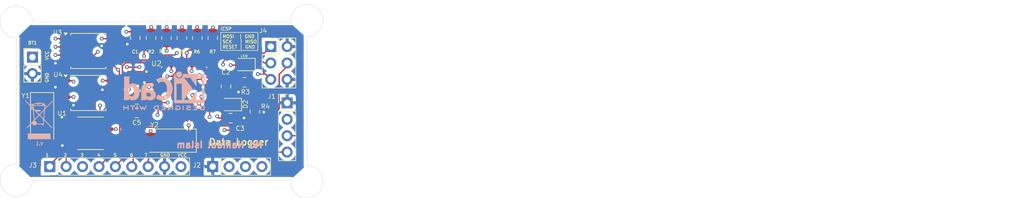
<source format=kicad_pcb>
(kicad_pcb (version 20240108) (generator "pcbnew") (generator_version "8.0")
  (title_block (title "${project_name}") (date "2024-09-26") (comment 1 "2 Layer PCB Version"))
  (layers (0 "F.Cu" mixed) (1 "In1.Cu" mixed) (2 "In2.Cu" mixed) (31 "B.Cu" mixed) (34 "B.Paste" user) (35 "F.Paste" user) (36 "B.SilkS" user "B.Silkscreen") (37 "F.SilkS" user "F.Silkscreen") (38 "B.Mask" user) (39 "F.Mask" user) (44 "Edge.Cuts" user))
  (property "project_name" "MCU DataLogger with memory and clock")
  (net 0 "")
  (net 1 "GND")
  (net 2 "/VCC")
  (net 3 "Net-(U2-AREF)")
  (net 4 "Net-(U2-PB6)")
  (net 5 "Net-(U2-PB7)")
  (net 6 "Net-(D1-K)")
  (net 7 "/SCK")
  (net 8 "Net-(D2-K)")
  (net 9 "/SDA")
  (net 10 "/TX")
  (net 11 "/RX")
  (net 12 "/D8")
  (net 13 "/D7")
  (net 14 "/D3")
  (net 15 "/D2")
  (net 16 "/D6")
  (net 17 "/MISO")
  (net 18 "/MOSI")
  (net 19 "/RESET")
  (net 20 "Net-(U1-~{INTA})")
  (net 21 "Net-(U1-SQW{slash}~INT)")
  (net 22 "Net-(U1-X2)")
  (net 23 "Net-(U1-X1)")
  (net 32 "/D5")
  (net 33 "/D4")
  (footprint "Package_SO:SOIC-8_5.23x5.23mm_P1.27mm" (layer "F.Cu") (at 101.15 64.5)
    (property "Reference" "U3")
    (property "Value" "24LC1025" (hide yes))
  )
  (footprint "Resistor_SMD:R_0805_2012Metric" (layer "F.Cu") (at 118.038 62.4875 -90)
    (property "Reference" "R6")
    (property "Value" "4.7K" (hide yes))
  )
  (footprint "MountingHole:MountingHole_2.1mm" (layer "F.Cu") (at 90 60)
    (property "Reference" "H1" (hide yes))
    (property "Value" "MountingHole" (hide yes))
  )
  (footprint "MountingHole:MountingHole_2.1mm" (layer "F.Cu") (at 135 84.75)
    (property "Reference" "H4" (hide yes))
    (property "Value" "MountingHole" (hide yes))
  )
  (footprint "ATMEGA328P-AU:QFP80P900X900X120-32N" (layer "F.Cu") (at 116 70.5)
    (property "Reference" "U2")
    (property "Value" "ATMEGA328P-AU" (hide yes))
  )
  (footprint "Resistor_SMD:R_0805_2012Metric" (layer "F.Cu") (at 110.856 62.4875 -90)
    (property "Reference" "R2")
    (property "Value" "10K" (hide yes))
  )
  (footprint "Connector_PinHeader_2.54mm:PinHeader_1x02_P2.54mm_Vertical" (layer "F.Cu") (at 92.5 65.46)
    (property "Reference" "BT1")
    (property "Value" "Battery" (hide yes))
  )
  (footprint "Resistor_SMD:R_0805_2012Metric" (layer "F.Cu") (at 113.25 62.4875 -90)
    (property "Reference" "R1")
    (property "Value" "10K" (hide yes))
  )
  (footprint "DS1337S_:SOIC127P600X175-8N" (layer "F.Cu") (at 101.5 77.25)
    (property "Reference" "U1")
    (property "Value" "DS1337S_" (hide yes))
  )
  (footprint "Resistor_SMD:R_0805_2012Metric" (layer "F.Cu") (at 115.644 62.4875 -90)
    (property "Reference" "R5")
    (property "Value" "10K" (hide yes))
  )
  (footprint "Capacitor_SMD:C_0805_2012Metric" (layer "F.Cu") (at 108.432 62.4675 -90)
    (property "Reference" "C1")
    (property "Value" ".1uF" (hide yes))
  )
  (footprint "Connector_PinHeader_2.54mm:PinHeader_1x09_P2.54mm_Vertical" (layer "F.Cu") (at 95.18 82.4 90)
    (property "Reference" "J3")
    (property "Value" "Conn_01x09_Pin" (hide yes))
  )
  (footprint "Connector_PinHeader_2.54mm:PinHeader_1x04_P2.54mm_Vertical" (layer "F.Cu") (at 131.94 72.54)
    (property "Reference" "J1")
    (property "Value" "Conn_01x04_Pin" (hide yes))
  )
  (footprint "Crystal:Crystal_SMD_5032-2Pin_5.0x3.2mm_HandSoldering" (layer "F.Cu") (at 113.3256 78.3844 180)
    (property "Reference" "Y2")
    (property "Value" "16MHz" (hide yes))
  )
  (footprint "Resistor_SMD:R_0805_2012Metric" (layer "F.Cu") (at 120.432 62.4875 -90)
    (property "Reference" "R7")
    (property "Value" "4.7K" (hide yes))
  )
  (footprint "Capacitor_SMD:C_0805_2012Metric" (layer "F.Cu") (at 108.65 74.1 180)
    (property "Reference" "C5")
    (property "Value" "22pF" (hide yes))
  )
  (footprint "Resistor_SMD:R_0805_2012Metric" (layer "F.Cu") (at 125.35 69.35)
    (property "Reference" "R3")
    (property "Value" "330" (hide yes))
  )
  (footprint "Connector_PinHeader_2.54mm:PinHeader_1x04_P2.54mm_Vertical" (layer "F.Cu") (at 120.41 82.4 90)
    (property "Reference" "J2")
    (property "Value" "Conn_01x04_Pin" (hide yes))
  )
  (footprint "LED_SMD:LED_0805_2012Metric" (layer "F.Cu") (at 123.19 72.7964 180)
    (property "Reference" "D2")
    (property "Value" "LED" (hide yes))
  )
  (footprint "LED_SMD:LED_0805_2012Metric" (layer "F.Cu") (at 125.3125 66.6 180)
    (property "Reference" "D1" (hide yes))
    (property "Value" "LED")
  )
  (footprint "Capacitor_SMD:C_0805_2012Metric" (layer "F.Cu") (at 123.1757 74.8964)
    (property "Reference" "C3")
    (property "Value" "100nF" (hide yes))
  )
  (footprint "Crystal:Crystal_SMD_5032-2Pin_5.0x3.2mm_HandSoldering" (layer "F.Cu") (at 94 75.5 -90)
    (property "Reference" "Y1")
    (property "Value" "32.768 KHz" (hide yes))
  )
  (footprint "Capacitor_SMD:C_0805_2012Metric" (layer "F.Cu") (at 108.65 72 180)
    (property "Reference" "C4")
    (property "Value" "22pF" (hide yes))
  )
  (footprint "Resistor_SMD:R_0805_2012Metric" (layer "F.Cu") (at 126.9492 73.9 -90)
    (property "Reference" "R4")
    (property "Value" "330" (hide yes))
  )
  (footprint "MountingHole:MountingHole_2.1mm" (layer "F.Cu") (at 90 84.5)
    (property "Reference" "H3" (hide yes))
    (property "Value" "MountingHole" (hide yes))
  )
  (footprint "Connector_PinHeader_2.54mm:PinHeader_2x03_P2.54mm_Vertical" (layer "F.Cu") (at 129.4 63.82)
    (property "Reference" "J4")
    (property "Value" "Conn_02x03_Odd_Even" (hide yes))
  )
  (footprint "Package_SO:SOIC-8_5.23x5.23mm_P1.27mm" (layer "F.Cu") (at 101.15 71)
    (property "Reference" "U4")
    (property "Value" "24LC1025" (hide yes))
  )
  (footprint "MountingHole:MountingHole_2.1mm" (layer "F.Cu") (at 135 59.75)
    (property "Reference" "H2" (hide yes))
    (property "Value" "MountingHole" (hide yes))
  )
  (footprint "Capacitor_SMD:C_0805_2012Metric" (layer "F.Cu") (at 122.4757 69.9964 -90)
    (property "Reference" "C2")
    (property "Value" "0.1uF" (hide yes))
  )
  (footprint "Symbol:WEEE-Logo_4.2x6mm_SilkScreen" (layer "B.Cu") (at 93.5228 75.1332 180)
    (property "Reference" "REF**" (hide yes))
    (property "Value" "WEEE-Logo_4.2x6mm_SilkScreen" (hide yes))
  )
  (footprint "Symbol:KiCad-Logo2_5mm_SilkScreen" (layer "B.Cu") (at 112.8776 70.6628 180)
    (property "Reference" "REF**" (hide yes))
    (property "Value" "KiCad-Logo2_5mm_SilkScreen" (hide yes))
  )
  (gr_rect (start 121.666 61.6204) (end 127.4064 64.4144) (stroke (width 0.1)) (fill none) (layer "F.SilkS"))
  (gr_line (start 90 82) (end 90 62.5) (stroke (width 0.05)) (layer "Edge.Cuts"))
  (gr_arc (start 90 62.5) (mid 88.232233 58.232233) (end 92.5 60) (stroke (width 0.05)) (layer "Edge.Cuts"))
  (gr_arc (start 92.5 84.5) (mid 88.232233 86.267767) (end 90 82) (stroke (width 0.05)) (layer "Edge.Cuts"))
  (gr_line (start 135 62.25) (end 135 82.25) (stroke (width 0.05)) (layer "Edge.Cuts"))
  (gr_arc (start 135 82.25) (mid 136.767767 86.517767) (end 132.5 84.75) (stroke (width 0.05)) (layer "Edge.Cuts"))
  (gr_line (start 92.5 60) (end 132.512407 59.998759) (stroke (width 0.05)) (layer "Edge.Cuts"))
  (gr_line (start 92.5 84.5) (end 132.5 84.5) (stroke (width 0.05)) (layer "Edge.Cuts"))
  (gr_line (start 132.5 84.75) (end 132.5 84.5) (stroke (width 0.05)) (layer "Edge.Cuts"))
  (gr_arc (start 132.512407 59.998759) (mid 136.677513 57.896369) (end 135 62.25) (stroke (width 0.05)) (layer "Edge.Cuts"))
  (gr_text "V.1" (at 94.234 79.1464 0) (layer "B.SilkS") (effects (font (size 0.5 0.5) (thickness 0.1) (bold yes)) (justify left bottom mirror)))
  (gr_text "Md Nahidul Islam" (at 128.27 79.6036 0) (layer "B.SilkS") (effects (font (size 1 1) (thickness 0.25) (bold yes)) (justify left bottom mirror)))
  (gr_text "Data Logger" (at 119.7356 79.1972 0) (layer "F.SilkS") (effects (font (size 1 1) (thickness 0.2) (bold yes)) (justify left bottom)))
  (gr_text "7" (at 109.7788 80.9244 0) (layer "F.SilkS") (effects (font (size 0.5 0.5) (thickness 0.1)) (justify left bottom)))
  (gr_text "6" (at 107.5436 80.9244 0) (layer "F.SilkS") (effects (font (size 0.5 0.5) (thickness 0.1)) (justify left bottom)))
  (gr_text "2" (at 97.282 80.9244 0) (layer "F.SilkS") (effects (font (size 0.5 0.5) (thickness 0.1)) (justify left bottom)))
  (gr_text "ICSP\n" (at 121.5644 61.3664 0) (layer "F.SilkS") (effects (font (size 0.5 0.5) (thickness 0.1)) (justify left bottom)))
  (gr_text "VCC\n" (at 95.0468 65.9892 90) (layer "F.SilkS") (effects (font (size 0.5 0.5) (thickness 0.1)) (justify left bottom)))
  (gr_text "GND\n" (at 95.0468 69.4436 90) (layer "F.SilkS") (effects (font (size 0.5 0.5) (thickness 0.1)) (justify left bottom)))
  (gr_text "4" (at 102.4636 80.9244 0) (layer "F.SilkS") (effects (font (size 0.5 0.5) (thickness 0.1)) (justify left bottom)))
  (gr_text "VCC\n" (at 114.9096 80.9244 0) (layer "F.SilkS") (effects (font (size 0.5 0.5) (thickness 0.1)) (justify left bottom)))
  (gr_text "3" (at 99.8728 80.9244 0) (layer "F.SilkS") (effects (font (size 0.5 0.5) (thickness 0.1)) (justify left bottom)))
  (gr_text "GND\n" (at 112.2172 80.9244 0) (layer "F.SilkS") (effects (font (size 0.5 0.5) (thickness 0.1)) (justify left bottom)))
  (gr_text "5" (at 105.0036 80.9244 0) (layer "F.SilkS") (effects (font (size 0.5 0.5) (thickness 0.1)) (justify left bottom)))
  (gr_text "MOSI  | GND\nSCK	  | MISO\nRESET | GND" (at 121.8692 64.1604 0) (layer "F.SilkS") (effects (font (size 0.5 0.5) (thickness 0.1)) (justify left bottom)))
  (gr_text "1\n" (at 94.488 80.9244 0) (layer "F.SilkS") (effects (font (size 0.5 0.5) (thickness 0.1)) (justify left bottom)))
  (segment (start 109.7788 70.4088) (end 109.7788 70.2564) (width 0.35) (layer "F.Cu") (net 1))
  (segment (start 107.2197 63.4175) (end 107.188 63.4492) (width 0.35) (layer "F.Cu") (net 1))
  (segment (start 97.1382 79.155) (end 97.1296 79.1464) (width 0.35) (layer "F.Cu") (net 1))
  (segment (start 124.1257 74.8964) (end 125.2556 74.8964) (width 0.35) (layer "F.Cu") (net 1))
  (segment (start 108.8136 70.7644) (end 108.8136 69.9008) (width 0.35) (layer "F.Cu") (net 1))
  (segment (start 124.4375 69.35) (end 124.4375 70.8377) (width 0.35) (layer "F.Cu") (net 1))
  (segment (start 108.432 63.4175) (end 107.2197 63.4175) (width 0.35) (layer "F.Cu") (net 1))
  (segment (start 128.1176 74.5744) (end 128.3208 74.3712) (width 0.35) (layer "F.Cu") (net 1))
  (segment (start 98.8498 72.905) (end 98.8568 72.898) (width 0.35) (layer "F.Cu") (net 1))
  (segment (start 104.75 70.365) (end 103.4726 70.365) (width 0.35) (layer "F.Cu") (net 1))
  (segment (start 126.77 74.8125) (end 127.8795 74.8125) (width 0.35) (layer "F.Cu") (net 1))
  (segment (start 107.7 71.878) (end 108.7628 70.8152) (width 0.35) (layer "F.Cu") (net 1))
  (segment (start 107.7 72) (end 107.7 71.878) (width 0.35) (layer "F.Cu") (net 1))
  (segment (start 121.4221 70.1) (end 122.4757 69.0464) (width 0.35) (layer "F.Cu") (net 1))
  (segment (start 128.3208 74.3712) (end 128.3208 73.9648) (width 0.35) (layer "F.Cu") (net 1))
  (segment (start 122.4757 69.0464) (end 124.1339 69.0464) (width 0.35) (layer "F.Cu") (net 1))
  (segment (start 111.83 69.3) (end 109.9224 69.3) (width 0.35) (layer "F.Cu") (net 1))
  (segment (start 97.55 72.905) (end 98.8498 72.905) (width 0.35) (layer "F.Cu") (net 1))
  (segment (start 124.1339 69.0464) (end 124.4375 69.35) (width 0.35) (layer "F.Cu") (net 1))
  (segment (start 103.3874 63.865) (end 103.2256 63.7032) (width 0.35) (layer "F.Cu") (net 1))
  (segment (start 97.55 66.405) (end 96.0722 66.405) (width 0.35) (layer "F.Cu") (net 1))
  (segment (start 96.0722 66.405) (end 96.0628 66.3956) (width 0.35) (layer "F.Cu") (net 1))
  (segment (start 109.7788 70.2564) (end 109.7788 69.4436) (width 0.35) (layer "F.Cu") (net 1))
  (segment (start 104.75 63.865) (end 103.3874 63.865) (width 0.35) (layer "F.Cu") (net 1))
  (segment (start 111.83 70.9) (end 110.27 70.9) (width 0.35) (layer "F.Cu") (net 1))
  (segment (start 109.982 70.612) (end 109.7788 70.4088) (width 0.35) (layer "F.Cu") (net 1))
  (segment (start 118.876 70.1) (end 118.872 70.104) (width 0.35) (layer "F.Cu") (net 1))
  (segment (start 96.3238 70.365) (end 96.0628 70.104) (width 0.35) (layer "F.Cu") (net 1))
  (segment (start 110.27 70.9) (end 109.982 70.612) (width 0.35) (layer "F.Cu") (net 1))
  (segment (start 109.9224 69.3) (end 109.8296 69.3928) (width 0.35) (layer "F.Cu") (net 1))
  (segment (start 108.7628 70.8152) (end 108.8136 70.7644) (width 0.35) (layer "F.Cu") (net 1))
  (segment (start 120.17 70.1) (end 118.876 70.1) (width 0.35) (layer "F.Cu") (net 1))
  (segment (start 124.4375 70.8377) (end 124.4092 70.866) (width 0.35) (layer "F.Cu") (net 1))
  (segment (start 99.025 79.155) (end 97.1382 79.155) (width 0.35) (layer "F.Cu") (net 1))
  (segment (start 97.55 70.365) (end 96.3238 70.365) (width 0.35) (layer "F.Cu") (net 1))
  (segment (start 109.7788 69.4436) (end 109.8296 69.3928) (width 0.35) (layer "F.Cu") (net 1))
  (segment (start 125.2556 74.8964) (end 125.2728 74.8792) (width 0.35) (layer "F.Cu") (net 1))
  (segment (start 127.8795 74.8125) (end 128.1176 74.5744) (width 0.35) (layer "F.Cu") (net 1))
  (segment (start 103.4726 70.365) (end 103.3272 70.5104) (width 0.35) (layer "F.Cu") (net 1))
  (segment (start 120.17 70.1) (end 121.4221 70.1) (width 0.35) (layer "F.Cu") (net 1))
  (segment (start 107.7 74.1) (end 107.7 72) (width 0.35) (layer "F.Cu") (net 1))
  (via (at 118.872 70.104) (size 0.9) (drill 0.4) (layers "F.Cu" "B.Cu") (net 1))
  (via (at 97.1296 79.1464) (size 0.9) (drill 0.4) (layers "F.Cu" "B.Cu") (net 1))
  (via (at 96.0628 66.3956) (size 0.9) (drill 0.4) (layers "F.Cu" "B.Cu") (net 1))
  (via (at 103.2256 63.7032) (size 0.9) (drill 0.4) (layers "F.Cu" "B.Cu") (net 1))
  (via (at 124.4092 70.866) (size 0.9) (drill 0.4) (layers "F.Cu" "B.Cu") (net 1))
  (via (at 107.188 63.4492) (size 0.9) (drill 0.4) (layers "F.Cu" "B.Cu") (net 1))
  (via (at 96.0628 70.104) (size 0.9) (drill 0.4) (layers "F.Cu" "B.Cu") (net 1))
  (via (at 125.2728 74.8792) (size 0.9) (drill 0.4) (layers "F.Cu" "B.Cu") (net 1))
  (via (at 98.8568 72.898) (size 0.9) (drill 0.4) (layers "F.Cu" "B.Cu") (net 1))
  (via (at 103.3272 70.5104) (size 0.9) (drill 0.4) (layers "F.Cu" "B.Cu") (net 1))
  (via (at 128.3208 73.9648) (size 0.9) (drill 0.4) (layers "F.Cu" "B.Cu") (net 1))
  (via (at 109.8296 69.3928) (size 0.9) (drill 0.4) (layers "F.Cu" "B.Cu") (net 1))
  (via (at 108.8136 69.9008) (size 0.9) (drill 0.4) (layers "F.Cu" "B.Cu") (net 1))
  (segment (start 118.038 60.8372) (end 118.0084 60.8076) (width 0.2) (layer "F.Cu") (net 2))
  (segment (start 111.83 70.1) (end 110.5448 70.1) (width 0.2) (layer "F.Cu") (net 2))
  (segment (start 107.0369 61.5175) (end 107.0356 61.5188) (width 0.2) (layer "F.Cu") (net 2))
  (segment (start 98.8498 71.635) (end 98.8568 71.628) (width 0.2) (layer "F.Cu") (net 2))
  (segment (start 108.432 61.5175) (end 107.0369 61.5175) (width 0.2) (layer "F.Cu") (net 2))
  (segment (start 103.975 75.345) (end 103.975 74.8666) (width 0.2) (layer "F.Cu") (net 2))
  (segment (start 118.6688 71.9328) (end 118.6688 71.5772) (width 0.2) (layer "F.Cu") (net 2))
  (segment (start 115.644 60.8352) (end 115.6716 60.8076) (width 0.2) (layer "F.Cu") (net 2))
  (segment (start 110.856 60.848) (end 110.8964 60.8076) (width 0.2) (layer "F.Cu") (net 2))
  (segment (start 121.2596 74.7776) (end 121.1072 74.6252) (width 0.2) (layer "F.Cu") (net 2))
  (segment (start 113.25 61.575) (end 113.25 60.8416) (width 0.2) (layer "F.Cu") (net 2))
  (segment (start 97.55 69.095) (end 98.7114 69.095) (width 0.2) (layer "F.Cu") (net 2))
  (segment (start 96.0722 62.595) (end 96.0628 62.5856) (width 0.2) (layer "F.Cu") (net 2))
  (segment (start 113.25 60.8416) (end 113.284 60.8076) (width 0.2) (layer "F.Cu") (net 2))
  (segment (start 118.038 61.575) (end 118.038 60.8372) (width 0.2) (layer "F.Cu") (net 2))
  (segment (start 115.644 61.575) (end 115.644 60.8352) (width 0.2) (layer "F.Cu") (net 2))
  (segment (start 120.432 61.575) (end 120.432 60.8732) (width 0.2) (layer "F.Cu") (net 2))
  (segment (start 111.83 71.7) (end 113.1612 71.7) (width 0.2) (layer "F.Cu") (net 2))
  (segment (start 103.975 74.8666) (end 103.3272 74.2188) (width 0.2) (layer "F.Cu") (net 2))
  (segment (start 122.2257 74.8964) (end 121.3784 74.8964) (width 0.2) (layer "F.Cu") (net 2))
  (segment (start 113.1612 71.7) (end 113.1824 71.6788) (width 0.2) (layer "F.Cu") (net 2))
  (segment (start 120.432 60.8732) (end 120.4468 60.8584) (width 0.2) (layer "F.Cu") (net 2))
  (segment (start 103.235 62.595) (end 103.2256 62.5856) (width 0.2) (layer "F.Cu") (net 2))
  (segment (start 97.55 62.595) (end 96.0722 62.595) (width 0.2) (layer "F.Cu") (net 2))
  (segment (start 103.3272 74.2188) (end 102.9716 73.8632) (width 0.2) (layer "F.Cu") (net 2))
  (segment (start 97.55 63.865) (end 96.0722 63.865) (width 0.2) (layer "F.Cu") (net 2))
  (segment (start 110.856 61.575) (end 110.856 60.848) (width 0.2) (layer "F.Cu") (net 2))
  (segment (start 103.385 69.095) (end 103.378 69.088) (width 0.2) (layer "F.Cu") (net 2))
  (segment (start 97.55 71.635) (end 98.8498 71.635) (width 0.2) (layer "F.Cu") (net 2))
  (segment (start 120.17 72.5) (end 119.236 72.5) (width 0.2) (layer "F.Cu") (net 2))
  (segment (start 118.872 72.136) (end 118.6688 71.9328) (width 0.2) (layer "F.Cu") (net 2))
  (segment (start 110.5448 70.1) (end 110.5408 70.104) (width 0.2) (layer "F.Cu") (net 2))
  (segment (start 97.55 65.135) (end 96.0722 65.135) (width 0.2) (layer "F.Cu") (net 2))
  (segment (start 102.9716 73.8632) (end 102.9716 72.9488) (width 0.2) (layer "F.Cu") (net 2))
  (segment (start 98.7114 69.095) (end 98.8568 69.2404) (width 0.2) (layer "F.Cu") (net 2))
  (segment (start 119.236 72.5) (end 118.872 72.136) (width 0.2) (layer "F.Cu") (net 2))
  (segment (start 121.3784 74.8964) (end 121.2596 74.7776) (width 0.2) (layer "F.Cu") (net 2))
  (segment (start 122.2257 72.8232) (end 122.2525 72.7964) (width 0.2) (layer "F.Cu") (net 2))
  (segment (start 122.2257 74.8964) (end 122.2257 72.8232) (width 0.2) (layer "F.Cu") (net 2))
  (segment (start 104.75 62.595) (end 103.235 62.595) (width 0.2) (layer "F.Cu") (net 2))
  (segment (start 96.0722 63.865) (end 96.0628 63.8556) (width 0.2) (layer "F.Cu") (net 2))
  (segment (start 104.75 69.095) (end 103.385 69.095) (width 0.2) (layer "F.Cu") (net 2))
  (segment (start 96.0722 65.135) (end 96.0628 65.1256) (width 0.2) (layer "F.Cu") (net 2))
  (via (at 96.0628 63.8556) (size 0.6) (drill 0.3) (layers "F.Cu" "B.Cu") (net 2))
  (via (at 102.9716 72.9488) (size 0.6) (drill 0.3) (layers "F.Cu" "B.Cu") (net 2))
  (via (at 96.0628 62.5856) (size 0.6) (drill 0.3) (layers "F.Cu" "B.Cu") (net 2))
  (via (at 110.8964 60.8076) (size 0.6) (drill 0.3) (layers "F.Cu" "B.Cu") (net 2))
  (via (at 118.6688 71.5772) (size 0.6) (drill 0.3) (layers "F.Cu" "B.Cu") (net 2))
  (via (at 118.0084 60.8076) (size 0.6) (drill 0.3) (layers "F.Cu" "B.Cu") (net 2))
  (via (at 120.4468 60.8584) (size 0.6) (drill 0.3) (layers "F.Cu" "B.Cu") (net 2))
  (via (at 103.2256 62.5856) (size 0.6) (drill 0.3) (layers "F.Cu" "B.Cu") (net 2))
  (via (at 110.5408 70.104) (size 0.6) (drill 0.3) (layers "F.Cu" "B.Cu") (net 2))
  (via (at 98.8568 71.628) (size 0.6) (drill 0.3) (layers "F.Cu" "B.Cu") (net 2))
  (via (at 98.8568 69.2404) (size 0.6) (drill 0.3) (layers "F.Cu" "B.Cu") (net 2))
  (via (at 113.284 60.8076) (size 0.6) (drill 0.3) (layers "F.Cu" "B.Cu") (net 2))
  (via (at 115.6716 60.8076) (size 0.6) (drill 0.3) (layers "F.Cu" "B.Cu") (net 2))
  (via (at 121.1072 74.6252) (size 0.6) (drill 0.3) (layers "F.Cu" "B.Cu") (net 2))
  (via (at 113.1824 71.6788) (size 0.6) (drill 0.3) (layers "F.Cu" "B.Cu") (net 2))
  (via (at 96.0628 65.1256) (size 0.6) (drill 0.3) (layers "F.Cu" "B.Cu") (net 2))
  (via (at 103.378 69.088) (size 0.6) (drill 0.3) (layers "F.Cu" "B.Cu") (net 2))
  (via (at 107.0356 61.5188) (size 0.6) (drill 0.3) (layers "F.Cu" "B.Cu") (net 2))
  (segment (start 122.4293 70.9) (end 122.4757 70.9464) (width 0.2) (layer "F.Cu") (net 3))
  (segment (start 120.17 70.9) (end 122.4293 70.9) (width 0.2) (layer "F.Cu") (net 3))
  (segment (start 113.428 72.5) (end 113.4364 72.4916) (width 0.2) (layer "F.Cu") (net 4))
  (segment (start 110.2524 72) (end 110.7524 72.5) (width 0.2) (layer "F.Cu") (net 4))
  (segment (start 109.6 72) (end 110.2524 72) (width 0.2) (layer "F.Cu") (net 4))
  (segment (start 115.9256 78.3844) (end 116.6876 77.6224) (width 0.2) (layer "F.Cu") (net 4))
  (segment (start 110.7524 72.5) (end 111.83 72.5) (width 0.2) (layer "F.Cu") (net 4))
  (segment (start 116.6876 77.6224) (end 116.6876 75.9968) (width 0.2) (layer "F.Cu") (net 4))
  (segment (start 111.83 72.5) (end 113.428 72.5) (width 0.2) (layer "F.Cu") (net 4))
  (via (at 116.6876 75.9968) (size 0.6) (drill 0.3) (layers "F.Cu" "B.Cu") (net 4))
  (via (at 113.4364 72.4916) (size 0.6) (drill 0.3) (layers "F.Cu" "B.Cu") (net 4))
  (segment (start 111.9632 73.4332) (end 111.9632 74.2188) (width 0.2) (layer "F.Cu") (net 5))
  (segment (start 111.9632 74.3204) (end 111.8616 74.422) (width 0.2) (layer "F.Cu") (net 5))
  (segment (start 111.83 73.3) (end 111.9632 73.4332) (width 0.2) (layer "F.Cu") (net 5))
  (segment (start 109.6 74.1) (end 111.03 74.1) (width 0.2) (layer "F.Cu") (net 5))
  (segment (start 111.9632 74.2188) (end 111.9632 74.3204) (width 0.2) (layer "F.Cu") (net 5))
  (segment (start 111.03 74.1) (end 111.83 73.3) (width 0.2) (layer "F.Cu") (net 5))
  (via (at 110.7948 76.9112) (size 0.6) (drill 0.3) (layers "F.Cu" "B.Cu") (net 5))
  (via (at 111.8616 74.422) (size 0.6) (drill 0.3) (layers "F.Cu" "B.Cu") (net 5))
  (segment (start 126.2625 69.35) (end 126.2625 66.6125) (width 0.2) (layer "F.Cu") (net 6))
  (segment (start 126.2625 66.6125) (end 126.25 66.6) (width 0.2) (layer "F.Cu") (net 6))
  (segment (start 127.1524 77.1144) (end 126.7968 76.7588) (width 0.2) (layer "F.Cu") (net 7))
  (segment (start 116.6876 64.3636) (end 117.4496 64.3636) (width 0.2) (layer "F.Cu") (net 7))
  (segment (start 131.94 80.16) (end 130.198 80.16) (width 0.2) (layer "F.Cu") (net 7))
  (segment (start 104.75 65.135) (end 105.4194 65.135) (width 0.2) (layer "F.Cu") (net 7))
  (segment (start 103.975 77.885) (end 103.9664 77.8764) (width 0.2) (layer "F.Cu") (net 7))
  (segment (start 124.2746 66.7004) (end 124.375 66.6) (width 0.2) (layer "F.Cu") (net 7))
  (segment (start 106.172 65.8876) (end 112.0648 65.8876) (width 0.2) (layer "F.Cu") (net 7))
  (segment (start 102.2604 70.866) (end 102.2604 66.7004) (width 0.2) (layer "F.Cu") (net 7))
  (segment (start 118.038 63.7752) (end 118.038 63.4) (width 0.2) (layer "F.Cu") (net 7))
  (segment (start 118.9184 73.3) (end 120.17 73.3) (width 0.2) (layer "F.Cu") (net 7))
  (segment (start 117.4496 64.3636) (end 118.038 63.7752) (width 0.2) (layer "F.Cu") (net 7))
  (segment (start 124.6124 65.2272) (end 124.4092 65.4304) (width 0.2) (layer "F.Cu") (net 7))
  (segment (start 102.2604 66.7004) (end 103.8258 65.135) (width 0.2) (layer "F.Cu") (net 7))
  (segment (start 102.2096 77.6224) (end 102.2096 72.4408) (width 0.2) (layer "F.Cu") (net 7))
  (segment (start 114.554 65.1256) (end 114.8588 64.8208) (width 0.2) (layer "F.Cu") (net 7))
  (segment (start 103.8258 65.135) (end 104.75 65.135) (width 0.2) (layer "F.Cu") (net 7))
  (segment (start 116.4 67.8352) (end 116.4 66.33) (width 0.2) (layer "F.Cu") (net 7))
  (segment (start 127.254 65.2272) (end 124.6124 65.2272) (width 0.2) (layer "F.Cu") (net 7))
  (segment (start 119.9388 73.5312) (end 120.17 73.3) (width 0.2) (layer "F.Cu") (net 7))
  (segment (start 105.4194 65.135) (end 106.172 65.8876) (width 0.2) (layer "F.Cu") (net 7))
  (segment (start 126.7968 76.7588) (end 122.2248 76.7588) (width 0.2) (layer "F.Cu") (net 7))
  (segment (start 118.2624 72.644) (end 118.9184 73.3) (width 0.2) (layer "F.Cu") (net 7))
  (segment (start 124.4092 66.5658) (end 124.375 66.6) (width 0.2) (layer "F.Cu") (net 7))
  (segment (start 116.4 64.6512) (end 116.6876 64.3636) (width 0.2) (layer "F.Cu") (net 7))
  (segment (start 103.0154 71.635) (end 104.75 71.635) (width 0.2) (layer "F.Cu") (net 7))
  (segment (start 103.0294 71.635) (end 102.2604 70.866) (width 0.2) (layer "F.Cu") (net 7))
  (segment (start 124.4092 65.4304) (end 124.4092 66.5658) (width 0.2) (layer "F.Cu") (net 7))
  (segment (start 102.4636 77.8764) (end 102.2096 77.6224) (width 0.2) (layer "F.Cu") (net 7))
  (segment (start 116.4 64.8208) (end 116.4 64.6512) (width 0.2) (layer "F.Cu") (net 7))
  (segment (start 102.2096 72.4408) (end 103.0154 71.635) (width 0.2) (layer "F.Cu") (net 7))
  (segment (start 103.9664 77.8764) (end 102.4636 77.8764) (width 0.2) (layer "F.Cu") (net 7))
  (segment (start 112.8268 65.1256) (end 114.554 65.1256) (width 0.2) (layer "F.Cu") (net 7))
  (segment (start 104.75 71.635) (end 103.0294 71.635) (width 0.2) (layer "F.Cu") (net 7))
  (segment (start 118.364 68.2244) (end 116.7892 68.2244) (width 0.2) (layer "F.Cu") (net 7))
  (segment (start 130.198 80.16) (end 127.1524 77.1144) (width 0.2) (layer "F.Cu") (net 7))
  (segment (start 123.19 66.7004) (end 124.2746 66.7004) (width 0.2) (layer "F.Cu") (net 7))
  (segment (start 128.3868 66.36) (end 127.254 65.2272) (width 0.2) (layer "F.Cu") (net 7))
  (segment (start 116.4 66.33) (end 116.4 64.8208) (width 0.2) (layer "F.Cu") (net 7))
  (segment (start 116.7892 68.2244) (end 116.4 67.8352) (width 0.2) (layer "F.Cu") (net 7))
  (segment (start 119.9388 74.7268) (end 119.9388 73.5312) (width 0.2) (layer "F.Cu") (net 7))
  (segment (start 112.0648 65.8876) (end 112.8268 65.1256) (width 0.2) (layer "F.Cu") (net 7))
  (segment (start 129.4 66.36) (end 128.3868 66.36) (width 0.2) (layer "F.Cu") (net 7))
  (via (at 114.8588 64.8208) (size 0.6) (drill 0.3) (layers "F.Cu" "B.Cu") (net 7))
  (via (at 118.364 68.2244) (size 0.6) (drill 0.3) (layers "F.Cu" "B.Cu") (net 7))
  (via (at 118.2624 72.644) (size 0.6) (drill 0.3) (layers "F.Cu" "B.Cu") (net 7))
  (via (at 123.19 66.7004) (size 0.6) (drill 0.3) (layers "F.Cu" "B.Cu") (net 7))
  (via (at 119.9388 74.7268) (size 0.6) (drill 0.3) (layers "F.Cu" "B.Cu") (net 7))
  (via (at 116.4 64.8208) (size 0.6) (drill 0.3) (layers "F.Cu" "B.Cu") (net 7))
  (via (at 122.2248 76.7588) (size 0.6) (drill 0.3) (layers "F.Cu" "B.Cu") (net 7))
  (segment (start 119.9388 74.8792) (end 119.9388 74.7268) (width 0.2) (layer "B.Cu") (net 7))
  (segment (start 119.888 74.93) (end 119.9388 74.8792) (width 0.2) (layer "B.Cu") (net 7))
  (segment (start 123.19 66.9544) (end 123.19 66.7004) (width 0.2) (layer "B.Cu") (net 7))
  (segment (start 124.1275 72.7964) (end 126.5789 72.7964) (width 0.2) (layer "F.Cu") (net 8))
  (segment (start 126.5789 72.7964) (end 126.77 72.9875) (width 0.2) (layer "F.Cu") (net 8))
  (segment (start 105.4014 79.155) (end 103.975 79.155) (width 0.2) (layer "F.Cu") (net 9))
  (segment (start 120.432 64.0228) (end 120.432 63.4) (width 0.2) (layer "F.Cu") (net 9))
  (segment (start 133.1468 61.6712) (end 124.4092 61.6712) (width 0.2) (layer "F.Cu") (net 9))
  (segment (start 106.0196 78.5368) (end 105.4014 79.155) (width 0.2) (layer "F.Cu") (net 9))
  (segment (start 133.1492 77.62) (end 134.0104 76.7588) (width 0.2) (layer "F.Cu") (net 9))
  (segment (start 134.0104 62.5348) (end 133.1468 61.6712) (width 0.2) (layer "F.Cu") (net 9))
  (segment (start 134.0104 76.7588) (end 134.0104 62.5348) (width 0.2) (layer "F.Cu") (net 9))
  (segment (start 117.5004 64.77) (end 119.6848 64.77) (width 0.2) (layer "F.Cu") (net 9))
  (segment (start 104.8586 72.7964) (end 104.75 72.905) (width 0.2) (layer "F.Cu") (net 9))
  (segment (start 105.8164 72.7964) (end 104.8586 72.7964) (width 0.2) (layer "F.Cu") (net 9))
  (segment (start 106.0196 74.1746) (end 106.0196 78.5368) (width 0.2) (layer "F.Cu") (net 9))
  (segment (start 105.9688 67.6238) (end 105.9688 67.6148) (width 0.2) (layer "F.Cu") (net 9))
  (segment (start 117.2 66.33) (end 117.2 65.0704) (width 0.2) (layer "F.Cu") (net 9))
  (segment (start 117.2 67.5596) (end 117.2 66.33) (width 0.2) (layer "F.Cu") (net 9))
  (segment (start 105.9688 67.6238) (end 105.9688 72.644) (width 0.2) (layer "F.Cu") (net 9))
  (segment (start 107.1372 67.0052) (end 109.0676 67.0052) (width 0.2) (layer "F.Cu") (net 9))
  (segment (start 122.6312 63.4492) (end 120.4812 63.4492) (width 0.2) (layer "F.Cu") (net 9))
  (segment (start 105.9688 67.6148) (end 105.7656 67.4116) (width 0.2) (layer "F.Cu") (net 9))
  (segment (start 120.4812 63.4492) (end 120.432 63.4) (width 0.2) (layer "F.Cu") (net 9))
  (segment (start 104.75 66.405) (end 105.9688 67.6238) (width 0.2) (layer "F.Cu") (net 9))
  (segment (start 117.2 65.0704) (end 117.5004 64.77) (width 0.2) (layer "F.Cu") (net 9))
  (segment (start 131.94 77.62) (end 133.1492 77.62) (width 0.2) (layer "F.Cu") (net 9))
  (segment (start 105.9688 72.644) (end 105.8164 72.7964) (width 0.2) (layer "F.Cu") (net 9))
  (segment (start 104.75 72.905) (end 106.0196 74.1746) (width 0.2) (layer "F.Cu") (net 9))
  (segment (start 119.6848 64.77) (end 120.432 64.0228) (width 0.2) (layer "F.Cu") (net 9))
  (segment (start 124.4092 61.6712) (end 122.6312 63.4492) (width 0.2) (layer "F.Cu") (net 9))
  (segment (start 117.1448 67.6148) (end 117.2 67.5596) (width 0.2) (layer "F.Cu") (net 9))
  (via (at 117.1448 67.6148) (size 0.6) (drill 0.3) (layers "F.Cu" "B.Cu") (net 9))
  (via (at 105.7656 67.4116) (size 0.6) (drill 0.3) (layers "F.Cu" "B.Cu") (net 9))
  (via (at 109.0676 67.0052) (size 0.6) (drill 0.3) (layers "F.Cu" "B.Cu") (net 9))
  (via (at 107.1372 67.0052) (size 0.6) (drill 0.3) (layers "F.Cu" "B.Cu") (net 9))
  (segment (start 114 66.33) (end 114 67.61) (width 0.2) (layer "F.Cu") (net 10))
  (segment (start 114 67.61) (end 113.9952 67.6148) (width 0.2) (layer "F.Cu") (net 10))
  (via (at 113.9952 67.6148) (size 0.6) (drill 0.3) (layers "F.Cu" "B.Cu") (net 10))
  (segment (start 114.8 66.33) (end 114.8 67.7244) (width 0.2) (layer "F.Cu") (net 11))
  (segment (start 114.8 67.7244) (end 114.0968 68.4276) (width 0.2) (layer "F.Cu") (net 11))
  (segment (start 114.0968 68.4276) (end 113.3856 68.4276) (width 0.2) (layer "F.Cu") (net 11))
  (via (at 113.3856 68.4276) (size 0.6) (drill 0.3) (layers "F.Cu" "B.Cu") (net 11))
  (segment (start 114.5032 76.708) (end 115.6 75.6112) (width 0.2) (layer "F.Cu") (net 12))
  (segment (start 113.6396 76.708) (end 114.5032 76.708) (width 0.2) (layer "F.Cu") (net 12))
  (segment (start 113.1824 80.3656) (end 113.1824 77.1652) (width 0.2) (layer "F.Cu") (net 12))
  (segment (start 110.42 81.2992) (end 110.8964 80.8228) (width 0.2) (layer "F.Cu") (net 12))
  (segment (start 113.1824 77.1652) (end 113.6396 76.708) (width 0.2) (layer "F.Cu") (net 12))
  (segment (start 110.42 82.4) (end 110.42 81.2992) (width 0.2) (layer "F.Cu") (net 12))
  (segment (start 112.7252 80.8228) (end 113.1824 80.3656) (width 0.2) (layer "F.Cu") (net 12))
  (segment (start 115.6 75.6112) (end 115.6 74.67) (width 0.2) (layer "F.Cu") (net 12))
  (segment (start 110.8964 80.8228) (end 112.7252 80.8228) (width 0.2) (layer "F.Cu") (net 12))
  (segment (start 114.1476 76.3016) (end 114.8 75.6492) (width 0.2) (layer "F.Cu") (net 13))
  (segment (start 107.88 82.4) (end 108.1024 82.1776) (width 0.2) (layer "F.Cu") (net 13))
  (segment (start 114.8 75.6492) (end 114.8 74.67) (width 0.2) (layer "F.Cu") (net 13))
  (segment (start 108.5088 76.3016) (end 114.1476 76.3016) (width 0.2) (layer "F.Cu") (net 13))
  (segment (start 108.1024 76.708) (end 108.5088 76.3016) (width 0.2) (layer "F.Cu") (net 13))
  (segment (start 108.1024 82.1776) (end 108.1024 76.708) (width 0.2) (layer "F.Cu") (net 13))
  (segment (start 106.8324 79.248) (end 105.5624 80.518) (width 0.2) (layer "F.Cu") (net 14))
  (segment (start 98.3488 80.518) (end 97.7392 81.1276) (width 0.2) (layer "F.Cu") (net 14))
  (segment (start 105.5624 80.518) (end 98.3488 80.518) (width 0.2) (layer "F.Cu") (net 14))
  (segment (start 106.826 79.2416) (end 106.8324 79.248) (width 0.2) (layer "F.Cu") (net 14))
  (segment (start 107.306 67.7) (end 106.826 68.18) (width 0.2) (layer "F.Cu") (net 14))
  (segment (start 111.83 67.7) (end 107.306 67.7) (width 0.2) (layer "F.Cu") (net 14))
  (segment (start 106.826 68.18) (end 106.826 79.2416) (width 0.2) (layer "F.Cu") (net 14))
  (segment (start 97.7392 81.1276) (end 97.7392 82.3808) (width 0.2) (layer "F.Cu") (net 14))
  (segment (start 97.7392 82.3808) (end 97.72 82.4) (width 0.2) (layer "F.Cu") (net 14))
  (segment (start 113.2 66.33) (end 106.9488 66.33) (width 0.2) (layer "F.Cu") (net 15))
  (segment (start 106.426 66.8528) (end 106.426 78.994) (width 0.2) (layer "F.Cu") (net 15))
  (segment (start 97.2312 80.1116) (end 95.18 82.1628) (width 0.2) (layer "F.Cu") (net 15))
  (segment (start 105.3084 80.1116) (end 97.2312 80.1116) (width 0.2) (layer "F.Cu") (net 15))
  (segment (start 106.9488 66.33) (end 106.426 66.8528) (width 0.2) (layer "F.Cu") (net 15))
  (segment (start 106.426 78.994) (end 105.3084 80.1116) (width 0.2) (layer "F.Cu") (net 15))
  (segment (start 95.18 82.1628) (end 95.18 82.4) (width 0.2) (layer "F.Cu") (net 15))
  (segment (start 114 75.6872) (end 114 74.67) (width 0.2) (layer "F.Cu") (net 16))
  (segment (start 105.34 82.4) (end 105.34 82.3152) (width 0.2) (layer "F.Cu") (net 16))
  (segment (start 105.34 82.3152) (end 107.696 79.9592) (width 0.2) (layer "F.Cu") (net 16))
  (segment (start 108.3056 75.8444) (end 113.8428 75.8444) (width 0.2) (layer "F.Cu") (net 16))
  (segment (start 107.696 76.454) (end 108.3056 75.8444) (width 0.2) (layer "F.Cu") (net 16))
  (segment (start 107.696 79.9592) (end 107.696 76.454) (width 0.2) (layer "F.Cu") (net 16))
  (segment (start 113.8428 75.8444) (end 114 75.6872) (width 0.2) (layer "F.Cu") (net 16))
  (segment (start 130.7084 73.4568) (end 130.7084 68.1228) (width 0.2) (layer "F.Cu") (net 17))
  (segment (start 118.8 74.67) (end 120.2284 76.0984) (width 0.2) (layer "F.Cu") (net 17))
  (segment (start 120.2284 76.0984) (end 128.0668 76.0984) (width 0.2) (layer "F.Cu") (net 17))
  (segment (start 128.0668 76.0984) (end 130.7084 73.4568) (width 0.2) (layer "F.Cu") (net 17))
  (segment (start 130.7084 68.1228) (end 131.94 66.8912) (width 0.2) (layer "F.Cu") (net 17))
  (segment (start 131.94 66.8912) (end 131.94 66.36) (width 0.2) (layer "F.Cu") (net 17))
  (segment (start 122.0216 66.1924) (end 122.0216 66.5988) (width 0.2) (layer "F.Cu") (net 18))
  (segment (start 118 73.4484) (end 118 74.67) (width 0.2) (layer "F.Cu") (net 18))
  (segment (start 123.3932 64.8208) (end 122.0216 66.1924) (width 0.2) (layer "F.Cu") (net 18))
  (segment (start 117.2464 72.6948) (end 118 73.4484) (width 0.2) (layer "F.Cu") (net 18))
  (segment (start 129.4 63.82) (end 128.3992 64.8208) (width 0.2) (layer "F.Cu") (net 18))
  (segment (start 117.2464 71.3232) (end 117.2464 72.6948) (width 0.2) (layer "F.Cu") (net 18))
  (segment (start 128.3992 64.8208) (end 123.3932 64.8208) (width 0.2) (layer "F.Cu") (net 18))
  (via (at 117.2464 71.3232) (size 0.6) (drill 0.3) (layers "F.Cu" "B.Cu") (net 18))
  (via (at 122.0216 66.5988) (size 0.6) (drill 0.3) (layers "F.Cu" "B.Cu") (net 18))
  (segment (start 117.2464 71.3232) (end 117.5004 71.0692) (width 0.2) (layer "B.Cu") (net 18))
  (segment (start 118.872 68.8848) (end 116.84 68.8848) (width 0.2) (layer "F.Cu") (net 19))
  (segment (start 116.84 68.8848) (end 115.6 67.6448) (width 0.2) (layer "F.Cu") (net 19))
  (segment (start 115.6 66.33) (end 115.6 63.444) (width 0.2) (layer "F.Cu") (net 19))
  (segment (start 115.6 63.444) (end 115.644 63.4) (width 0.2) (layer "F.Cu") (net 19))
  (segment (start 115.6 67.6448) (end 115.6 66.33) (width 0.2) (layer "F.Cu") (net 19))
  (segment (start 129.4 68.9) (end 128.572 68.072) (width 0.2) (layer "F.Cu") (net 19))
  (segment (start 128.572 68.072) (end 127.4064 68.072) (width 0.2) (layer "F.Cu") (net 19))
  (via (at 118.872 68.8848) (size 0.6) (drill 0.3) (layers "F.Cu" "B.Cu") (net 19))
  (via (at 127.4064 68.072) (size 0.6) (drill 0.3) (layers "F.Cu" "B.Cu") (net 19))
  (segment (start 118.872 68.7832) (end 118.872 68.8848) (width 0.2) (layer "B.Cu") (net 19))
  (segment (start 101.5492 77.3176) (end 101.5492 65.6844) (width 0.2) (layer "F.Cu") (net 20))
  (segment (start 101.5492 65.6844) (end 102.616 64.6176) (width 0.2) (layer "F.Cu") (net 20))
  (segment (start 99.025 77.885) (end 100.9818 77.885) (width 0.2) (layer "F.Cu") (net 20))
  (segment (start 113.284 64.4652) (end 113.284 63.434) (width 0.2) (layer "F.Cu") (net 20))
  (segment (start 100.9818 77.885) (end 101.5492 77.3176) (width 0.2) (layer "F.Cu") (net 20))
  (segment (start 113.284 63.434) (end 113.25 63.4) (width 0.2) (layer "F.Cu") (net 20))
  (via (at 113.284 64.4652) (size 0.6) (drill 0.3) (layers "F.Cu" "B.Cu") (net 20))
  (via (at 102.616 64.6176) (size 0.6) (drill 0.3) (layers "F.Cu" "B.Cu") (net 20))
  (segment (start 113.1316 64.6176) (end 113.284 64.4652) (width 0.2) (layer "B.Cu") (net 20))
  (segment (start 109.7788 65.278) (end 109.7788 64.4772) (width 0.2) (layer "F.Cu") (net 21))
  (segment (start 109.7788 64.4772) (end 110.856 63.4) (width 0.2) (layer "F.Cu") (net 21))
  (segment (start 103.975 76.615) (end 105.4014 76.615) (width 0.2) (layer "F.Cu") (net 21))
  (segment (start 105.4014 76.615) (end 105.41 76.6064) (width 0.2) (layer "F.Cu") (net 21))
  (via (at 105.41 76.6064) (size 0.6) (drill 0.3) (layers "F.Cu" "B.Cu") (net 21))
  (via (at 109.7788 65.278) (size 0.6) (drill 0.3) (layers "F.Cu" "B.Cu") (net 21))
  (segment (start 96.5504 78.1) (end 94 78.1) (width 0.2) (layer "F.Cu") (net 22))
  (segment (start 98.0354 76.615) (end 96.5504 78.1) (width 0.2) (layer "F.Cu") (net 22))
  (segment (start 99.025 76.615) (end 98.0354 76.615) (width 0.2) (layer "F.Cu") (net 22))
  (segment (start 94.7948 72.9) (end 94 72.9) (width 0.2) (layer "F.Cu") (net 23))
  (segment (start 99.025 75.345) (end 97.2398 75.345) (width 0.2) (layer "F.Cu") (net 23))
  (segment (start 97.2398 75.345) (end 94.7948 72.9) (width 0.2) (layer "F.Cu") (net 23))
  (segment (start 107.2896 76.2) (end 108.0516 75.438) (width 0.2) (layer "F.Cu") (net 32))
  (segment (start 113.116 75.438) (end 113.116 74.754) (width 0.2) (layer "F.Cu") (net 32))
  (segment (start 102.8 82.4) (end 104.2756 80.9244) (width 0.2) (layer "F.Cu") (net 32))
  (segment (start 106.0704 80.9244) (end 107.2896 79.7052) (width 0.2) (layer "F.Cu") (net 32))
  (segment (start 113.116 74.754) (end 113.2 74.67) (width 0.2) (layer "F.Cu") (net 32))
  (segment (start 108.0516 75.438) (end 113.116 75.438) (width 0.2) (layer "F.Cu") (net 32))
  (segment (start 104.2756 80.9244) (end 106.0704 80.9244) (width 0.2) (layer "F.Cu") (net 32))
  (segment (start 107.2896 79.7052) (end 107.2896 76.2) (width 0.2) (layer "F.Cu") (net 32))
  (segment (start 107.2388 70.2564) (end 107.442 70.4596) (width 0.2) (layer "F.Cu") (net 33))
  (segment (start 107.2388 68.7832) (end 107.2388 70.2564) (width 0.2) (layer "F.Cu") (net 33))
  (segment (start 111.83 68.5) (end 107.522 68.5) (width 0.2) (layer "F.Cu") (net 33))
  (segment (start 107.522 68.5) (end 107.2388 68.7832) (width 0.2) (layer "F.Cu") (net 33))
  (via (at 107.442 70.4596) (size 0.6) (drill 0.3) (layers "F.Cu" "B.Cu") (net 33))
  (zone (net 1) (net_name "GND") (layer "B.Cu") (connect_pads (clearance 0.5)) (min_thickness 0.25) (fill yes (thermal_gap 0.5) (thermal_bridge_width 0.5))
    (polygon (pts (xy 132.4356 60.198) (xy 134.874 62.3824) (xy 134.874 82.2452) (xy 132.5372 84.3788) (xy 92.5068 84.328) (xy 90.0684 81.9912) (xy 90.0684 62.484) (xy 92.5576 60.0964)))
  )
)
</source>
